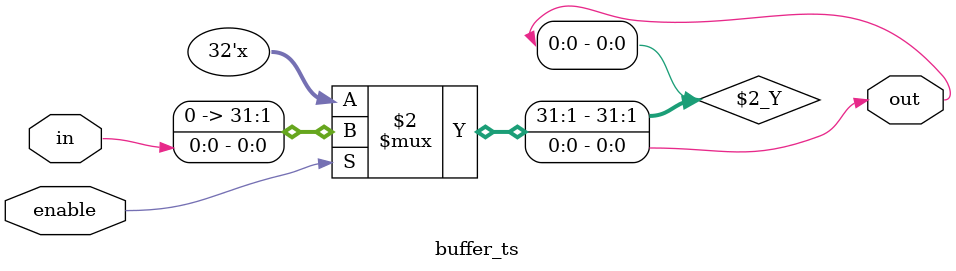
<source format=v>
module buffer_ts(in, enable, out);
input in, enable;
output out;

assign out = enable?in:'bz;

endmodule 

</source>
